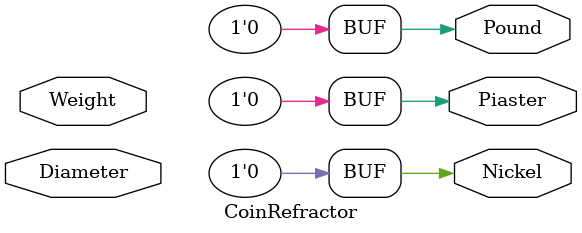
<source format=v>
module CoinRefractor (
input  wire  [1:0]      Diameter,
input  wire  [1:0]      Weight,
output reg 	   Pound, // جنيه
output reg     Piaster, // نص جنيه
output reg     Nickel // ربع جنيه
);
reg [1:0] Specifications;

// 00 pound --- 01 Piaster ---- 10  Nickel -- 11 Invalid coin entered



always@(Diameter,Weight)
begin
	if(Diameter == 2'b11 && Weight == 2'b11)
        begin
            Specifications <= 2'b00; // Pound
        end
    else if(Diameter == 2'b10 && Weight == 2'b10 )
        begin
            Specifications <= 2'b01; // Piaster
        end
    else if(Diameter == 2'b01 && Weight == 2'b01)
        begin
            Specifications <= 2'b10;
        end
    else
        begin
        Specifications <= 2'b11;
        end

    case(Specifications)
2'b00 : begin
                Pound = 1'b1;
                Piaster = 1'b0;
                Nickel = 1'b0;
end

2'b01 : begin
                Pound = 1'b0;
                Piaster = 1'b1;
                Nickel = 1'b0;
end

2'b10 : begin
                Pound = 1'b0;
                Piaster = 1'b0;
                Nickel = 1'b1;
end

default : begin
                Pound = 1'b0;
                Piaster = 1'b0;
                Nickel = 1'b0;
end
    endcase

end
endmodule
</source>
